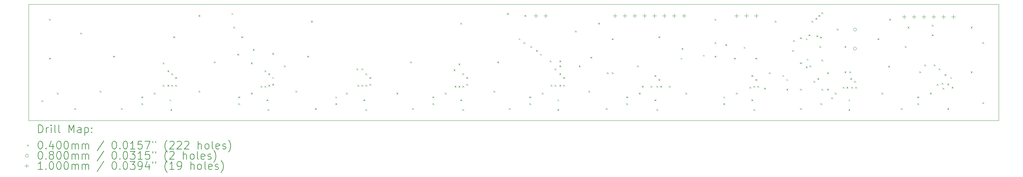
<source format=gbr>
%TF.GenerationSoftware,KiCad,Pcbnew,8.0.4*%
%TF.CreationDate,2024-09-19T20:08:32+02:00*%
%TF.ProjectId,Displays_Strip,44697370-6c61-4797-935f-53747269702e,rev?*%
%TF.SameCoordinates,Original*%
%TF.FileFunction,Drillmap*%
%TF.FilePolarity,Positive*%
%FSLAX45Y45*%
G04 Gerber Fmt 4.5, Leading zero omitted, Abs format (unit mm)*
G04 Created by KiCad (PCBNEW 8.0.4) date 2024-09-19 20:08:32*
%MOMM*%
%LPD*%
G01*
G04 APERTURE LIST*
%ADD10C,0.050000*%
%ADD11C,0.200000*%
%ADD12C,0.100000*%
G04 APERTURE END LIST*
D10*
X2000000Y-15000000D02*
X27000000Y-15000000D01*
X2000000Y-12000000D02*
X2000000Y-15000000D01*
X27000000Y-15000000D02*
X27000000Y-12000000D01*
X27000000Y-12000000D02*
X2000000Y-12000000D01*
D11*
D12*
X2330000Y-14480000D02*
X2370000Y-14520000D01*
X2370000Y-14480000D02*
X2330000Y-14520000D01*
X2530000Y-12380000D02*
X2570000Y-12420000D01*
X2570000Y-12380000D02*
X2530000Y-12420000D01*
X2530000Y-13380000D02*
X2570000Y-13420000D01*
X2570000Y-13380000D02*
X2530000Y-13420000D01*
X2730000Y-14280000D02*
X2770000Y-14320000D01*
X2770000Y-14280000D02*
X2730000Y-14320000D01*
X3180000Y-14680000D02*
X3220000Y-14720000D01*
X3220000Y-14680000D02*
X3180000Y-14720000D01*
X3330000Y-12730000D02*
X3370000Y-12770000D01*
X3370000Y-12730000D02*
X3330000Y-12770000D01*
X3830000Y-14230000D02*
X3870000Y-14270000D01*
X3870000Y-14230000D02*
X3830000Y-14270000D01*
X4180000Y-13330000D02*
X4220000Y-13370000D01*
X4220000Y-13330000D02*
X4180000Y-13370000D01*
X4380000Y-14680000D02*
X4420000Y-14720000D01*
X4420000Y-14680000D02*
X4380000Y-14720000D01*
X4905000Y-14380000D02*
X4945000Y-14420000D01*
X4945000Y-14380000D02*
X4905000Y-14420000D01*
X4905000Y-14555000D02*
X4945000Y-14595000D01*
X4945000Y-14555000D02*
X4905000Y-14595000D01*
X5230000Y-14280000D02*
X5270000Y-14320000D01*
X5270000Y-14280000D02*
X5230000Y-14320000D01*
X5455000Y-13505000D02*
X5495000Y-13545000D01*
X5495000Y-13505000D02*
X5455000Y-13545000D01*
X5455000Y-14080000D02*
X5495000Y-14120000D01*
X5495000Y-14080000D02*
X5455000Y-14120000D01*
X5580000Y-13705000D02*
X5620000Y-13745000D01*
X5620000Y-13705000D02*
X5580000Y-13745000D01*
X5580000Y-14080000D02*
X5620000Y-14120000D01*
X5620000Y-14080000D02*
X5580000Y-14120000D01*
X5630000Y-14455000D02*
X5670000Y-14495000D01*
X5670000Y-14455000D02*
X5630000Y-14495000D01*
X5655000Y-14705000D02*
X5695000Y-14745000D01*
X5695000Y-14705000D02*
X5655000Y-14745000D01*
X5680000Y-13780000D02*
X5720000Y-13820000D01*
X5720000Y-13780000D02*
X5680000Y-13820000D01*
X5680000Y-14080000D02*
X5720000Y-14120000D01*
X5720000Y-14080000D02*
X5680000Y-14120000D01*
X5730000Y-12830000D02*
X5770000Y-12870000D01*
X5770000Y-12830000D02*
X5730000Y-12870000D01*
X5780000Y-13880000D02*
X5820000Y-13920000D01*
X5820000Y-13880000D02*
X5780000Y-13920000D01*
X5780000Y-14080000D02*
X5820000Y-14120000D01*
X5820000Y-14080000D02*
X5780000Y-14120000D01*
X6380000Y-12280000D02*
X6420000Y-12320000D01*
X6420000Y-12280000D02*
X6380000Y-12320000D01*
X6380000Y-14230000D02*
X6420000Y-14270000D01*
X6420000Y-14230000D02*
X6380000Y-14270000D01*
X6780000Y-13480000D02*
X6820000Y-13520000D01*
X6820000Y-13480000D02*
X6780000Y-13520000D01*
X7230000Y-12230000D02*
X7270000Y-12270000D01*
X7270000Y-12230000D02*
X7230000Y-12270000D01*
X7280000Y-12580000D02*
X7320000Y-12620000D01*
X7320000Y-12580000D02*
X7280000Y-12620000D01*
X7380000Y-13280000D02*
X7420000Y-13320000D01*
X7420000Y-13280000D02*
X7380000Y-13320000D01*
X7405000Y-14380000D02*
X7445000Y-14420000D01*
X7445000Y-14380000D02*
X7405000Y-14420000D01*
X7405000Y-14555000D02*
X7445000Y-14595000D01*
X7445000Y-14555000D02*
X7405000Y-14595000D01*
X7480000Y-12830000D02*
X7520000Y-12870000D01*
X7520000Y-12830000D02*
X7480000Y-12870000D01*
X7730000Y-13505000D02*
X7770000Y-13545000D01*
X7770000Y-13505000D02*
X7730000Y-13545000D01*
X7730000Y-14280000D02*
X7770000Y-14320000D01*
X7770000Y-14280000D02*
X7730000Y-14320000D01*
X7780000Y-13155000D02*
X7820000Y-13195000D01*
X7820000Y-13155000D02*
X7780000Y-13195000D01*
X7980000Y-14105000D02*
X8020000Y-14145000D01*
X8020000Y-14105000D02*
X7980000Y-14145000D01*
X8080000Y-13705000D02*
X8120000Y-13745000D01*
X8120000Y-13705000D02*
X8080000Y-13745000D01*
X8080000Y-14105000D02*
X8120000Y-14145000D01*
X8120000Y-14105000D02*
X8080000Y-14145000D01*
X8130000Y-14455000D02*
X8170000Y-14495000D01*
X8170000Y-14455000D02*
X8130000Y-14495000D01*
X8155000Y-14705000D02*
X8195000Y-14745000D01*
X8195000Y-14705000D02*
X8155000Y-14745000D01*
X8180000Y-13780000D02*
X8220000Y-13820000D01*
X8220000Y-13780000D02*
X8180000Y-13820000D01*
X8180000Y-14080000D02*
X8220000Y-14120000D01*
X8220000Y-14080000D02*
X8180000Y-14120000D01*
X8280000Y-13255000D02*
X8320000Y-13295000D01*
X8320000Y-13255000D02*
X8280000Y-13295000D01*
X8280000Y-13880000D02*
X8320000Y-13920000D01*
X8320000Y-13880000D02*
X8280000Y-13920000D01*
X8280000Y-14055000D02*
X8320000Y-14095000D01*
X8320000Y-14055000D02*
X8280000Y-14095000D01*
X8580000Y-13580000D02*
X8620000Y-13620000D01*
X8620000Y-13580000D02*
X8580000Y-13620000D01*
X8880000Y-14230000D02*
X8920000Y-14270000D01*
X8920000Y-14230000D02*
X8880000Y-14270000D01*
X9180000Y-13330000D02*
X9220000Y-13370000D01*
X9220000Y-13330000D02*
X9180000Y-13370000D01*
X9280000Y-12430000D02*
X9320000Y-12470000D01*
X9320000Y-12430000D02*
X9280000Y-12470000D01*
X9380000Y-14680000D02*
X9420000Y-14720000D01*
X9420000Y-14680000D02*
X9380000Y-14720000D01*
X9905000Y-14380000D02*
X9945000Y-14420000D01*
X9945000Y-14380000D02*
X9905000Y-14420000D01*
X9905000Y-14555000D02*
X9945000Y-14595000D01*
X9945000Y-14555000D02*
X9905000Y-14595000D01*
X10180000Y-14280000D02*
X10220000Y-14320000D01*
X10220000Y-14280000D02*
X10180000Y-14320000D01*
X10455000Y-13655000D02*
X10495000Y-13695000D01*
X10495000Y-13655000D02*
X10455000Y-13695000D01*
X10480000Y-14080000D02*
X10520000Y-14120000D01*
X10520000Y-14080000D02*
X10480000Y-14120000D01*
X10580000Y-13655000D02*
X10620000Y-13695000D01*
X10620000Y-13655000D02*
X10580000Y-13695000D01*
X10580000Y-14080000D02*
X10620000Y-14120000D01*
X10620000Y-14080000D02*
X10580000Y-14120000D01*
X10630000Y-14455000D02*
X10670000Y-14495000D01*
X10670000Y-14455000D02*
X10630000Y-14495000D01*
X10680000Y-13780000D02*
X10720000Y-13820000D01*
X10720000Y-13780000D02*
X10680000Y-13820000D01*
X10680000Y-14080000D02*
X10720000Y-14120000D01*
X10720000Y-14080000D02*
X10680000Y-14120000D01*
X10680000Y-14705000D02*
X10720000Y-14745000D01*
X10720000Y-14705000D02*
X10680000Y-14745000D01*
X10780000Y-13880000D02*
X10820000Y-13920000D01*
X10820000Y-13880000D02*
X10780000Y-13920000D01*
X10780000Y-14055000D02*
X10820000Y-14095000D01*
X10820000Y-14055000D02*
X10780000Y-14095000D01*
X11480000Y-14280000D02*
X11520000Y-14320000D01*
X11520000Y-14280000D02*
X11480000Y-14320000D01*
X11830000Y-13480000D02*
X11870000Y-13520000D01*
X11870000Y-13480000D02*
X11830000Y-13520000D01*
X11880000Y-14680000D02*
X11920000Y-14720000D01*
X11920000Y-14680000D02*
X11880000Y-14720000D01*
X12405000Y-14380000D02*
X12445000Y-14420000D01*
X12445000Y-14380000D02*
X12405000Y-14420000D01*
X12405000Y-14555000D02*
X12445000Y-14595000D01*
X12445000Y-14555000D02*
X12405000Y-14595000D01*
X12730000Y-14280000D02*
X12770000Y-14320000D01*
X12770000Y-14280000D02*
X12730000Y-14320000D01*
X12955000Y-13680000D02*
X12995000Y-13720000D01*
X12995000Y-13680000D02*
X12955000Y-13720000D01*
X12980000Y-14105000D02*
X13020000Y-14145000D01*
X13020000Y-14105000D02*
X12980000Y-14145000D01*
X13080000Y-13530000D02*
X13120000Y-13570000D01*
X13120000Y-13530000D02*
X13080000Y-13570000D01*
X13080000Y-14105000D02*
X13120000Y-14145000D01*
X13120000Y-14105000D02*
X13080000Y-14145000D01*
X13130000Y-12480000D02*
X13170000Y-12520000D01*
X13170000Y-12480000D02*
X13130000Y-12520000D01*
X13130000Y-14455000D02*
X13170000Y-14495000D01*
X13170000Y-14455000D02*
X13130000Y-14495000D01*
X13180000Y-13780000D02*
X13220000Y-13820000D01*
X13220000Y-13780000D02*
X13180000Y-13820000D01*
X13180000Y-14105000D02*
X13220000Y-14145000D01*
X13220000Y-14105000D02*
X13180000Y-14145000D01*
X13180000Y-14705000D02*
X13220000Y-14745000D01*
X13220000Y-14705000D02*
X13180000Y-14745000D01*
X13280000Y-13880000D02*
X13320000Y-13920000D01*
X13320000Y-13880000D02*
X13280000Y-13920000D01*
X13280000Y-14055000D02*
X13320000Y-14095000D01*
X13320000Y-14055000D02*
X13280000Y-14095000D01*
X13980000Y-14230000D02*
X14020000Y-14270000D01*
X14020000Y-14230000D02*
X13980000Y-14270000D01*
X14080000Y-13480000D02*
X14120000Y-13520000D01*
X14120000Y-13480000D02*
X14080000Y-13520000D01*
X14330000Y-12230000D02*
X14370000Y-12270000D01*
X14370000Y-12230000D02*
X14330000Y-12270000D01*
X14380000Y-14680000D02*
X14420000Y-14720000D01*
X14420000Y-14680000D02*
X14380000Y-14720000D01*
X14630000Y-12880000D02*
X14670000Y-12920000D01*
X14670000Y-12880000D02*
X14630000Y-12920000D01*
X14755000Y-12980000D02*
X14795000Y-13020000D01*
X14795000Y-12980000D02*
X14755000Y-13020000D01*
X14780000Y-12280000D02*
X14820000Y-12320000D01*
X14820000Y-12280000D02*
X14780000Y-12320000D01*
X14905000Y-14380000D02*
X14945000Y-14420000D01*
X14945000Y-14380000D02*
X14905000Y-14420000D01*
X14905000Y-14555000D02*
X14945000Y-14595000D01*
X14945000Y-14555000D02*
X14905000Y-14595000D01*
X14930000Y-13080000D02*
X14970000Y-13120000D01*
X14970000Y-13080000D02*
X14930000Y-13120000D01*
X15080000Y-13180000D02*
X15120000Y-13220000D01*
X15120000Y-13180000D02*
X15080000Y-13220000D01*
X15180000Y-13280000D02*
X15220000Y-13320000D01*
X15220000Y-13280000D02*
X15180000Y-13320000D01*
X15230000Y-14280000D02*
X15270000Y-14320000D01*
X15270000Y-14280000D02*
X15230000Y-14320000D01*
X15430000Y-13455000D02*
X15470000Y-13495000D01*
X15470000Y-13455000D02*
X15430000Y-13495000D01*
X15455000Y-14080000D02*
X15495000Y-14120000D01*
X15495000Y-14080000D02*
X15455000Y-14120000D01*
X15555000Y-13655000D02*
X15595000Y-13695000D01*
X15595000Y-13655000D02*
X15555000Y-13695000D01*
X15555000Y-14080000D02*
X15595000Y-14120000D01*
X15595000Y-14080000D02*
X15555000Y-14120000D01*
X15630000Y-14455000D02*
X15670000Y-14495000D01*
X15670000Y-14455000D02*
X15630000Y-14495000D01*
X15630000Y-14705000D02*
X15670000Y-14745000D01*
X15670000Y-14705000D02*
X15630000Y-14745000D01*
X15680000Y-13455000D02*
X15720000Y-13495000D01*
X15720000Y-13455000D02*
X15680000Y-13495000D01*
X15680000Y-13580000D02*
X15720000Y-13620000D01*
X15720000Y-13580000D02*
X15680000Y-13620000D01*
X15680000Y-13780000D02*
X15720000Y-13820000D01*
X15720000Y-13780000D02*
X15680000Y-13820000D01*
X15680000Y-14080000D02*
X15720000Y-14120000D01*
X15720000Y-14080000D02*
X15680000Y-14120000D01*
X15780000Y-13880000D02*
X15820000Y-13920000D01*
X15820000Y-13880000D02*
X15780000Y-13920000D01*
X15780000Y-14080000D02*
X15820000Y-14120000D01*
X15820000Y-14080000D02*
X15780000Y-14120000D01*
X16080000Y-12680000D02*
X16120000Y-12720000D01*
X16120000Y-12680000D02*
X16080000Y-12720000D01*
X16180000Y-13580000D02*
X16220000Y-13620000D01*
X16220000Y-13580000D02*
X16180000Y-13620000D01*
X16430000Y-14230000D02*
X16470000Y-14270000D01*
X16470000Y-14230000D02*
X16430000Y-14270000D01*
X16480000Y-13355000D02*
X16520000Y-13395000D01*
X16520000Y-13355000D02*
X16480000Y-13395000D01*
X16680000Y-12480000D02*
X16720000Y-12520000D01*
X16720000Y-12480000D02*
X16680000Y-12520000D01*
X16880000Y-14680000D02*
X16920000Y-14720000D01*
X16920000Y-14680000D02*
X16880000Y-14720000D01*
X16905000Y-13755000D02*
X16945000Y-13795000D01*
X16945000Y-13755000D02*
X16905000Y-13795000D01*
X17030000Y-12880000D02*
X17070000Y-12920000D01*
X17070000Y-12880000D02*
X17030000Y-12920000D01*
X17030000Y-13755000D02*
X17070000Y-13795000D01*
X17070000Y-13755000D02*
X17030000Y-13795000D01*
X17405000Y-14380000D02*
X17445000Y-14420000D01*
X17445000Y-14380000D02*
X17405000Y-14420000D01*
X17405000Y-14555000D02*
X17445000Y-14595000D01*
X17445000Y-14555000D02*
X17405000Y-14595000D01*
X17680000Y-13580000D02*
X17720000Y-13620000D01*
X17720000Y-13580000D02*
X17680000Y-13620000D01*
X17730000Y-14280000D02*
X17770000Y-14320000D01*
X17770000Y-14280000D02*
X17730000Y-14320000D01*
X17805000Y-14105000D02*
X17845000Y-14145000D01*
X17845000Y-14105000D02*
X17805000Y-14145000D01*
X18030000Y-14105000D02*
X18070000Y-14145000D01*
X18070000Y-14105000D02*
X18030000Y-14145000D01*
X18130000Y-13830000D02*
X18170000Y-13870000D01*
X18170000Y-13830000D02*
X18130000Y-13870000D01*
X18130000Y-14455000D02*
X18170000Y-14495000D01*
X18170000Y-14455000D02*
X18130000Y-14495000D01*
X18180000Y-14105000D02*
X18220000Y-14145000D01*
X18220000Y-14105000D02*
X18180000Y-14145000D01*
X18180000Y-14705000D02*
X18220000Y-14745000D01*
X18220000Y-14705000D02*
X18180000Y-14745000D01*
X18230000Y-12830000D02*
X18270000Y-12870000D01*
X18270000Y-12830000D02*
X18230000Y-12870000D01*
X18230000Y-13930000D02*
X18270000Y-13970000D01*
X18270000Y-13930000D02*
X18230000Y-13970000D01*
X18280000Y-14105000D02*
X18320000Y-14145000D01*
X18320000Y-14105000D02*
X18280000Y-14145000D01*
X18505000Y-14105000D02*
X18545000Y-14145000D01*
X18545000Y-14105000D02*
X18505000Y-14145000D01*
X18805000Y-13380000D02*
X18845000Y-13420000D01*
X18845000Y-13380000D02*
X18805000Y-13420000D01*
X18830000Y-13130000D02*
X18870000Y-13170000D01*
X18870000Y-13130000D02*
X18830000Y-13170000D01*
X18930000Y-14280000D02*
X18970000Y-14320000D01*
X18970000Y-14280000D02*
X18930000Y-14320000D01*
X19380000Y-13305000D02*
X19420000Y-13345000D01*
X19420000Y-13305000D02*
X19380000Y-13345000D01*
X19680000Y-12380000D02*
X19720000Y-12420000D01*
X19720000Y-12380000D02*
X19680000Y-12420000D01*
X19680000Y-12980000D02*
X19720000Y-13020000D01*
X19720000Y-12980000D02*
X19680000Y-13020000D01*
X19680000Y-13330000D02*
X19720000Y-13370000D01*
X19720000Y-13330000D02*
X19680000Y-13370000D01*
X19905000Y-14380000D02*
X19945000Y-14420000D01*
X19945000Y-14380000D02*
X19905000Y-14420000D01*
X19905000Y-14555000D02*
X19945000Y-14595000D01*
X19945000Y-14555000D02*
X19905000Y-14595000D01*
X19955000Y-13030000D02*
X19995000Y-13070000D01*
X19995000Y-13030000D02*
X19955000Y-13070000D01*
X20180000Y-13380000D02*
X20220000Y-13420000D01*
X20220000Y-13380000D02*
X20180000Y-13420000D01*
X20230000Y-14280000D02*
X20270000Y-14320000D01*
X20270000Y-14280000D02*
X20230000Y-14320000D01*
X20430000Y-13100000D02*
X20470000Y-13140000D01*
X20470000Y-13100000D02*
X20430000Y-13140000D01*
X20580000Y-14130000D02*
X20620000Y-14170000D01*
X20620000Y-14130000D02*
X20580000Y-14170000D01*
X20630000Y-13830000D02*
X20670000Y-13870000D01*
X20670000Y-13830000D02*
X20630000Y-13870000D01*
X20630000Y-14455000D02*
X20670000Y-14495000D01*
X20670000Y-14455000D02*
X20630000Y-14495000D01*
X20680000Y-14705000D02*
X20720000Y-14745000D01*
X20720000Y-14705000D02*
X20680000Y-14745000D01*
X20681005Y-14105000D02*
X20721005Y-14145000D01*
X20721005Y-14105000D02*
X20681005Y-14145000D01*
X20730000Y-13380000D02*
X20770000Y-13420000D01*
X20770000Y-13380000D02*
X20730000Y-13420000D01*
X20730000Y-13930000D02*
X20770000Y-13970000D01*
X20770000Y-13930000D02*
X20730000Y-13970000D01*
X20781005Y-14105000D02*
X20821005Y-14145000D01*
X20821005Y-14105000D02*
X20781005Y-14145000D01*
X20955000Y-14155000D02*
X20995000Y-14195000D01*
X20995000Y-14155000D02*
X20955000Y-14195000D01*
X21080000Y-13755000D02*
X21120000Y-13795000D01*
X21120000Y-13755000D02*
X21080000Y-13795000D01*
X21230000Y-12430000D02*
X21270000Y-12470000D01*
X21270000Y-12430000D02*
X21230000Y-12470000D01*
X21430000Y-13830000D02*
X21470000Y-13870000D01*
X21470000Y-13830000D02*
X21430000Y-13870000D01*
X21530000Y-13930000D02*
X21570000Y-13970000D01*
X21570000Y-13930000D02*
X21530000Y-13970000D01*
X21530000Y-14180000D02*
X21570000Y-14220000D01*
X21570000Y-14180000D02*
X21530000Y-14220000D01*
X21680000Y-13180000D02*
X21720000Y-13220000D01*
X21720000Y-13180000D02*
X21680000Y-13220000D01*
X21705000Y-12930000D02*
X21745000Y-12970000D01*
X21745000Y-12930000D02*
X21705000Y-12970000D01*
X21880000Y-12855000D02*
X21920000Y-12895000D01*
X21920000Y-12855000D02*
X21880000Y-12895000D01*
X21880000Y-13500000D02*
X21920000Y-13540000D01*
X21920000Y-13500000D02*
X21880000Y-13540000D01*
X21880000Y-14180000D02*
X21920000Y-14220000D01*
X21920000Y-14180000D02*
X21880000Y-14220000D01*
X21880000Y-14680000D02*
X21920000Y-14720000D01*
X21920000Y-14680000D02*
X21880000Y-14720000D01*
X22030000Y-12880000D02*
X22070000Y-12920000D01*
X22070000Y-12880000D02*
X22030000Y-12920000D01*
X22030000Y-13605000D02*
X22070000Y-13645000D01*
X22070000Y-13605000D02*
X22030000Y-13645000D01*
X22055000Y-13405000D02*
X22095000Y-13445000D01*
X22095000Y-13405000D02*
X22055000Y-13445000D01*
X22105000Y-12780000D02*
X22145000Y-12820000D01*
X22145000Y-12780000D02*
X22105000Y-12820000D01*
X22130000Y-13580000D02*
X22170000Y-13620000D01*
X22170000Y-13580000D02*
X22130000Y-13620000D01*
X22180000Y-12430000D02*
X22220000Y-12470000D01*
X22220000Y-12430000D02*
X22180000Y-12470000D01*
X22230000Y-13980000D02*
X22270000Y-14020000D01*
X22270000Y-13980000D02*
X22230000Y-14020000D01*
X22280000Y-12355000D02*
X22320000Y-12395000D01*
X22320000Y-12355000D02*
X22280000Y-12395000D01*
X22305000Y-12805000D02*
X22345000Y-12845000D01*
X22345000Y-12805000D02*
X22305000Y-12845000D01*
X22330000Y-13905000D02*
X22370000Y-13945000D01*
X22370000Y-13905000D02*
X22330000Y-13945000D01*
X22355000Y-12280000D02*
X22395000Y-12320000D01*
X22395000Y-12280000D02*
X22355000Y-12320000D01*
X22380000Y-13080000D02*
X22420000Y-13120000D01*
X22420000Y-13080000D02*
X22380000Y-13120000D01*
X22399112Y-12838809D02*
X22439112Y-12878809D01*
X22439112Y-12838809D02*
X22399112Y-12878809D01*
X22405000Y-14555000D02*
X22445000Y-14595000D01*
X22445000Y-14555000D02*
X22405000Y-14595000D01*
X22430000Y-12205000D02*
X22470000Y-12245000D01*
X22470000Y-12205000D02*
X22430000Y-12245000D01*
X22430000Y-13430000D02*
X22470000Y-13470000D01*
X22470000Y-13430000D02*
X22430000Y-13470000D01*
X22430000Y-14180000D02*
X22470000Y-14220000D01*
X22470000Y-14180000D02*
X22430000Y-14220000D01*
X22580000Y-13755000D02*
X22620000Y-13795000D01*
X22620000Y-13755000D02*
X22580000Y-13795000D01*
X22580000Y-14180000D02*
X22620000Y-14220000D01*
X22620000Y-14180000D02*
X22580000Y-14220000D01*
X22685747Y-14400000D02*
X22725747Y-14440000D01*
X22725747Y-14400000D02*
X22685747Y-14440000D01*
X22780000Y-14280000D02*
X22820000Y-14320000D01*
X22820000Y-14280000D02*
X22780000Y-14320000D01*
X22830000Y-12630000D02*
X22870000Y-12670000D01*
X22870000Y-12630000D02*
X22830000Y-12670000D01*
X22980000Y-14130000D02*
X23020000Y-14170000D01*
X23020000Y-14130000D02*
X22980000Y-14170000D01*
X23030000Y-13080000D02*
X23070000Y-13120000D01*
X23070000Y-13080000D02*
X23030000Y-13120000D01*
X23030000Y-13730000D02*
X23070000Y-13770000D01*
X23070000Y-13730000D02*
X23030000Y-13770000D01*
X23080000Y-14130000D02*
X23120000Y-14170000D01*
X23120000Y-14130000D02*
X23080000Y-14170000D01*
X23130000Y-14455000D02*
X23170000Y-14495000D01*
X23170000Y-14455000D02*
X23130000Y-14495000D01*
X23130000Y-14705000D02*
X23170000Y-14745000D01*
X23170000Y-14705000D02*
X23130000Y-14745000D01*
X23155000Y-13730000D02*
X23195000Y-13770000D01*
X23195000Y-13730000D02*
X23155000Y-13770000D01*
X23180000Y-13905000D02*
X23220000Y-13945000D01*
X23220000Y-13905000D02*
X23180000Y-13945000D01*
X23205000Y-14130000D02*
X23245000Y-14170000D01*
X23245000Y-14130000D02*
X23205000Y-14170000D01*
X23280000Y-13980000D02*
X23320000Y-14020000D01*
X23320000Y-13980000D02*
X23280000Y-14020000D01*
X23305000Y-14130000D02*
X23345000Y-14170000D01*
X23345000Y-14130000D02*
X23305000Y-14170000D01*
X23880000Y-12880000D02*
X23920000Y-12920000D01*
X23920000Y-12880000D02*
X23880000Y-12920000D01*
X23980000Y-14280000D02*
X24020000Y-14320000D01*
X24020000Y-14280000D02*
X23980000Y-14320000D01*
X24155000Y-13585000D02*
X24195000Y-13625000D01*
X24195000Y-13585000D02*
X24155000Y-13625000D01*
X24180000Y-12380000D02*
X24220000Y-12420000D01*
X24220000Y-12380000D02*
X24180000Y-12420000D01*
X24480000Y-14680000D02*
X24520000Y-14720000D01*
X24520000Y-14680000D02*
X24480000Y-14720000D01*
X24580000Y-13080000D02*
X24620000Y-13120000D01*
X24620000Y-13080000D02*
X24580000Y-13120000D01*
X24655000Y-12580000D02*
X24695000Y-12620000D01*
X24695000Y-12580000D02*
X24655000Y-12620000D01*
X24905000Y-14380000D02*
X24945000Y-14420000D01*
X24945000Y-14380000D02*
X24905000Y-14420000D01*
X24905000Y-14555000D02*
X24945000Y-14595000D01*
X24945000Y-14555000D02*
X24905000Y-14595000D01*
X24955000Y-13730000D02*
X24995000Y-13770000D01*
X24995000Y-13730000D02*
X24955000Y-13770000D01*
X25080000Y-13555000D02*
X25120000Y-13595000D01*
X25120000Y-13555000D02*
X25080000Y-13595000D01*
X25230000Y-14280000D02*
X25270000Y-14320000D01*
X25270000Y-14280000D02*
X25230000Y-14320000D01*
X25280000Y-12530000D02*
X25320000Y-12570000D01*
X25320000Y-12530000D02*
X25280000Y-12570000D01*
X25280000Y-12780000D02*
X25320000Y-12820000D01*
X25320000Y-12780000D02*
X25280000Y-12820000D01*
X25330000Y-13555000D02*
X25370000Y-13595000D01*
X25370000Y-13555000D02*
X25330000Y-13595000D01*
X25405000Y-14055000D02*
X25445000Y-14095000D01*
X25445000Y-14055000D02*
X25405000Y-14095000D01*
X25455000Y-13655000D02*
X25495000Y-13695000D01*
X25495000Y-13655000D02*
X25455000Y-13695000D01*
X25530000Y-14030000D02*
X25570000Y-14070000D01*
X25570000Y-14030000D02*
X25530000Y-14070000D01*
X25555000Y-14153995D02*
X25595000Y-14193995D01*
X25595000Y-14153995D02*
X25555000Y-14193995D01*
X25605000Y-13805000D02*
X25645000Y-13845000D01*
X25645000Y-13805000D02*
X25605000Y-13845000D01*
X25680000Y-14042500D02*
X25720000Y-14082500D01*
X25720000Y-14042500D02*
X25680000Y-14082500D01*
X25680000Y-14680000D02*
X25720000Y-14720000D01*
X25720000Y-14680000D02*
X25680000Y-14720000D01*
X25755000Y-13880000D02*
X25795000Y-13920000D01*
X25795000Y-13880000D02*
X25755000Y-13920000D01*
X25788934Y-14130000D02*
X25828934Y-14170000D01*
X25828934Y-14130000D02*
X25788934Y-14170000D01*
X26280000Y-12580000D02*
X26320000Y-12620000D01*
X26320000Y-12580000D02*
X26280000Y-12620000D01*
X26280000Y-13730000D02*
X26320000Y-13770000D01*
X26320000Y-13730000D02*
X26280000Y-13770000D01*
X26580000Y-12980000D02*
X26620000Y-13020000D01*
X26620000Y-12980000D02*
X26580000Y-13020000D01*
X26580000Y-14530000D02*
X26620000Y-14570000D01*
X26620000Y-14530000D02*
X26580000Y-14570000D01*
X23340000Y-12657000D02*
G75*
G02*
X23260000Y-12657000I-40000J0D01*
G01*
X23260000Y-12657000D02*
G75*
G02*
X23340000Y-12657000I40000J0D01*
G01*
X23340000Y-13145000D02*
G75*
G02*
X23260000Y-13145000I-40000J0D01*
G01*
X23260000Y-13145000D02*
G75*
G02*
X23340000Y-13145000I40000J0D01*
G01*
X15074500Y-12250000D02*
X15074500Y-12350000D01*
X15024500Y-12300000D02*
X15124500Y-12300000D01*
X15328500Y-12250000D02*
X15328500Y-12350000D01*
X15278500Y-12300000D02*
X15378500Y-12300000D01*
X17112500Y-12250000D02*
X17112500Y-12350000D01*
X17062500Y-12300000D02*
X17162500Y-12300000D01*
X17366500Y-12250000D02*
X17366500Y-12350000D01*
X17316500Y-12300000D02*
X17416500Y-12300000D01*
X17620500Y-12250000D02*
X17620500Y-12350000D01*
X17570500Y-12300000D02*
X17670500Y-12300000D01*
X17874500Y-12250000D02*
X17874500Y-12350000D01*
X17824500Y-12300000D02*
X17924500Y-12300000D01*
X18128500Y-12250000D02*
X18128500Y-12350000D01*
X18078500Y-12300000D02*
X18178500Y-12300000D01*
X18382500Y-12250000D02*
X18382500Y-12350000D01*
X18332500Y-12300000D02*
X18432500Y-12300000D01*
X18636500Y-12250000D02*
X18636500Y-12350000D01*
X18586500Y-12300000D02*
X18686500Y-12300000D01*
X18890500Y-12250000D02*
X18890500Y-12350000D01*
X18840500Y-12300000D02*
X18940500Y-12300000D01*
X20246000Y-12250000D02*
X20246000Y-12350000D01*
X20196000Y-12300000D02*
X20296000Y-12300000D01*
X20500000Y-12250000D02*
X20500000Y-12350000D01*
X20450000Y-12300000D02*
X20550000Y-12300000D01*
X20754000Y-12250000D02*
X20754000Y-12350000D01*
X20704000Y-12300000D02*
X20804000Y-12300000D01*
X24563000Y-12275000D02*
X24563000Y-12375000D01*
X24513000Y-12325000D02*
X24613000Y-12325000D01*
X24817000Y-12275000D02*
X24817000Y-12375000D01*
X24767000Y-12325000D02*
X24867000Y-12325000D01*
X25071000Y-12275000D02*
X25071000Y-12375000D01*
X25021000Y-12325000D02*
X25121000Y-12325000D01*
X25325000Y-12275000D02*
X25325000Y-12375000D01*
X25275000Y-12325000D02*
X25375000Y-12325000D01*
X25579000Y-12275000D02*
X25579000Y-12375000D01*
X25529000Y-12325000D02*
X25629000Y-12325000D01*
X25833000Y-12275000D02*
X25833000Y-12375000D01*
X25783000Y-12325000D02*
X25883000Y-12325000D01*
D11*
X2258277Y-15313984D02*
X2258277Y-15113984D01*
X2258277Y-15113984D02*
X2305896Y-15113984D01*
X2305896Y-15113984D02*
X2334467Y-15123508D01*
X2334467Y-15123508D02*
X2353515Y-15142555D01*
X2353515Y-15142555D02*
X2363039Y-15161603D01*
X2363039Y-15161603D02*
X2372563Y-15199698D01*
X2372563Y-15199698D02*
X2372563Y-15228269D01*
X2372563Y-15228269D02*
X2363039Y-15266365D01*
X2363039Y-15266365D02*
X2353515Y-15285412D01*
X2353515Y-15285412D02*
X2334467Y-15304460D01*
X2334467Y-15304460D02*
X2305896Y-15313984D01*
X2305896Y-15313984D02*
X2258277Y-15313984D01*
X2458277Y-15313984D02*
X2458277Y-15180650D01*
X2458277Y-15218746D02*
X2467801Y-15199698D01*
X2467801Y-15199698D02*
X2477324Y-15190174D01*
X2477324Y-15190174D02*
X2496372Y-15180650D01*
X2496372Y-15180650D02*
X2515420Y-15180650D01*
X2582086Y-15313984D02*
X2582086Y-15180650D01*
X2582086Y-15113984D02*
X2572563Y-15123508D01*
X2572563Y-15123508D02*
X2582086Y-15133031D01*
X2582086Y-15133031D02*
X2591610Y-15123508D01*
X2591610Y-15123508D02*
X2582086Y-15113984D01*
X2582086Y-15113984D02*
X2582086Y-15133031D01*
X2705896Y-15313984D02*
X2686848Y-15304460D01*
X2686848Y-15304460D02*
X2677324Y-15285412D01*
X2677324Y-15285412D02*
X2677324Y-15113984D01*
X2810658Y-15313984D02*
X2791610Y-15304460D01*
X2791610Y-15304460D02*
X2782086Y-15285412D01*
X2782086Y-15285412D02*
X2782086Y-15113984D01*
X3039229Y-15313984D02*
X3039229Y-15113984D01*
X3039229Y-15113984D02*
X3105896Y-15256841D01*
X3105896Y-15256841D02*
X3172562Y-15113984D01*
X3172562Y-15113984D02*
X3172562Y-15313984D01*
X3353515Y-15313984D02*
X3353515Y-15209222D01*
X3353515Y-15209222D02*
X3343991Y-15190174D01*
X3343991Y-15190174D02*
X3324943Y-15180650D01*
X3324943Y-15180650D02*
X3286848Y-15180650D01*
X3286848Y-15180650D02*
X3267801Y-15190174D01*
X3353515Y-15304460D02*
X3334467Y-15313984D01*
X3334467Y-15313984D02*
X3286848Y-15313984D01*
X3286848Y-15313984D02*
X3267801Y-15304460D01*
X3267801Y-15304460D02*
X3258277Y-15285412D01*
X3258277Y-15285412D02*
X3258277Y-15266365D01*
X3258277Y-15266365D02*
X3267801Y-15247317D01*
X3267801Y-15247317D02*
X3286848Y-15237793D01*
X3286848Y-15237793D02*
X3334467Y-15237793D01*
X3334467Y-15237793D02*
X3353515Y-15228269D01*
X3448753Y-15180650D02*
X3448753Y-15380650D01*
X3448753Y-15190174D02*
X3467801Y-15180650D01*
X3467801Y-15180650D02*
X3505896Y-15180650D01*
X3505896Y-15180650D02*
X3524943Y-15190174D01*
X3524943Y-15190174D02*
X3534467Y-15199698D01*
X3534467Y-15199698D02*
X3543991Y-15218746D01*
X3543991Y-15218746D02*
X3543991Y-15275888D01*
X3543991Y-15275888D02*
X3534467Y-15294936D01*
X3534467Y-15294936D02*
X3524943Y-15304460D01*
X3524943Y-15304460D02*
X3505896Y-15313984D01*
X3505896Y-15313984D02*
X3467801Y-15313984D01*
X3467801Y-15313984D02*
X3448753Y-15304460D01*
X3629705Y-15294936D02*
X3639229Y-15304460D01*
X3639229Y-15304460D02*
X3629705Y-15313984D01*
X3629705Y-15313984D02*
X3620182Y-15304460D01*
X3620182Y-15304460D02*
X3629705Y-15294936D01*
X3629705Y-15294936D02*
X3629705Y-15313984D01*
X3629705Y-15190174D02*
X3639229Y-15199698D01*
X3639229Y-15199698D02*
X3629705Y-15209222D01*
X3629705Y-15209222D02*
X3620182Y-15199698D01*
X3620182Y-15199698D02*
X3629705Y-15190174D01*
X3629705Y-15190174D02*
X3629705Y-15209222D01*
D12*
X1957500Y-15622500D02*
X1997500Y-15662500D01*
X1997500Y-15622500D02*
X1957500Y-15662500D01*
D11*
X2296372Y-15533984D02*
X2315420Y-15533984D01*
X2315420Y-15533984D02*
X2334467Y-15543508D01*
X2334467Y-15543508D02*
X2343991Y-15553031D01*
X2343991Y-15553031D02*
X2353515Y-15572079D01*
X2353515Y-15572079D02*
X2363039Y-15610174D01*
X2363039Y-15610174D02*
X2363039Y-15657793D01*
X2363039Y-15657793D02*
X2353515Y-15695888D01*
X2353515Y-15695888D02*
X2343991Y-15714936D01*
X2343991Y-15714936D02*
X2334467Y-15724460D01*
X2334467Y-15724460D02*
X2315420Y-15733984D01*
X2315420Y-15733984D02*
X2296372Y-15733984D01*
X2296372Y-15733984D02*
X2277324Y-15724460D01*
X2277324Y-15724460D02*
X2267801Y-15714936D01*
X2267801Y-15714936D02*
X2258277Y-15695888D01*
X2258277Y-15695888D02*
X2248753Y-15657793D01*
X2248753Y-15657793D02*
X2248753Y-15610174D01*
X2248753Y-15610174D02*
X2258277Y-15572079D01*
X2258277Y-15572079D02*
X2267801Y-15553031D01*
X2267801Y-15553031D02*
X2277324Y-15543508D01*
X2277324Y-15543508D02*
X2296372Y-15533984D01*
X2448753Y-15714936D02*
X2458277Y-15724460D01*
X2458277Y-15724460D02*
X2448753Y-15733984D01*
X2448753Y-15733984D02*
X2439229Y-15724460D01*
X2439229Y-15724460D02*
X2448753Y-15714936D01*
X2448753Y-15714936D02*
X2448753Y-15733984D01*
X2629705Y-15600650D02*
X2629705Y-15733984D01*
X2582086Y-15524460D02*
X2534467Y-15667317D01*
X2534467Y-15667317D02*
X2658277Y-15667317D01*
X2772563Y-15533984D02*
X2791610Y-15533984D01*
X2791610Y-15533984D02*
X2810658Y-15543508D01*
X2810658Y-15543508D02*
X2820182Y-15553031D01*
X2820182Y-15553031D02*
X2829705Y-15572079D01*
X2829705Y-15572079D02*
X2839229Y-15610174D01*
X2839229Y-15610174D02*
X2839229Y-15657793D01*
X2839229Y-15657793D02*
X2829705Y-15695888D01*
X2829705Y-15695888D02*
X2820182Y-15714936D01*
X2820182Y-15714936D02*
X2810658Y-15724460D01*
X2810658Y-15724460D02*
X2791610Y-15733984D01*
X2791610Y-15733984D02*
X2772563Y-15733984D01*
X2772563Y-15733984D02*
X2753515Y-15724460D01*
X2753515Y-15724460D02*
X2743991Y-15714936D01*
X2743991Y-15714936D02*
X2734467Y-15695888D01*
X2734467Y-15695888D02*
X2724944Y-15657793D01*
X2724944Y-15657793D02*
X2724944Y-15610174D01*
X2724944Y-15610174D02*
X2734467Y-15572079D01*
X2734467Y-15572079D02*
X2743991Y-15553031D01*
X2743991Y-15553031D02*
X2753515Y-15543508D01*
X2753515Y-15543508D02*
X2772563Y-15533984D01*
X2963039Y-15533984D02*
X2982086Y-15533984D01*
X2982086Y-15533984D02*
X3001134Y-15543508D01*
X3001134Y-15543508D02*
X3010658Y-15553031D01*
X3010658Y-15553031D02*
X3020182Y-15572079D01*
X3020182Y-15572079D02*
X3029705Y-15610174D01*
X3029705Y-15610174D02*
X3029705Y-15657793D01*
X3029705Y-15657793D02*
X3020182Y-15695888D01*
X3020182Y-15695888D02*
X3010658Y-15714936D01*
X3010658Y-15714936D02*
X3001134Y-15724460D01*
X3001134Y-15724460D02*
X2982086Y-15733984D01*
X2982086Y-15733984D02*
X2963039Y-15733984D01*
X2963039Y-15733984D02*
X2943991Y-15724460D01*
X2943991Y-15724460D02*
X2934467Y-15714936D01*
X2934467Y-15714936D02*
X2924943Y-15695888D01*
X2924943Y-15695888D02*
X2915420Y-15657793D01*
X2915420Y-15657793D02*
X2915420Y-15610174D01*
X2915420Y-15610174D02*
X2924943Y-15572079D01*
X2924943Y-15572079D02*
X2934467Y-15553031D01*
X2934467Y-15553031D02*
X2943991Y-15543508D01*
X2943991Y-15543508D02*
X2963039Y-15533984D01*
X3115420Y-15733984D02*
X3115420Y-15600650D01*
X3115420Y-15619698D02*
X3124943Y-15610174D01*
X3124943Y-15610174D02*
X3143991Y-15600650D01*
X3143991Y-15600650D02*
X3172563Y-15600650D01*
X3172563Y-15600650D02*
X3191610Y-15610174D01*
X3191610Y-15610174D02*
X3201134Y-15629222D01*
X3201134Y-15629222D02*
X3201134Y-15733984D01*
X3201134Y-15629222D02*
X3210658Y-15610174D01*
X3210658Y-15610174D02*
X3229705Y-15600650D01*
X3229705Y-15600650D02*
X3258277Y-15600650D01*
X3258277Y-15600650D02*
X3277324Y-15610174D01*
X3277324Y-15610174D02*
X3286848Y-15629222D01*
X3286848Y-15629222D02*
X3286848Y-15733984D01*
X3382086Y-15733984D02*
X3382086Y-15600650D01*
X3382086Y-15619698D02*
X3391610Y-15610174D01*
X3391610Y-15610174D02*
X3410658Y-15600650D01*
X3410658Y-15600650D02*
X3439229Y-15600650D01*
X3439229Y-15600650D02*
X3458277Y-15610174D01*
X3458277Y-15610174D02*
X3467801Y-15629222D01*
X3467801Y-15629222D02*
X3467801Y-15733984D01*
X3467801Y-15629222D02*
X3477324Y-15610174D01*
X3477324Y-15610174D02*
X3496372Y-15600650D01*
X3496372Y-15600650D02*
X3524943Y-15600650D01*
X3524943Y-15600650D02*
X3543991Y-15610174D01*
X3543991Y-15610174D02*
X3553515Y-15629222D01*
X3553515Y-15629222D02*
X3553515Y-15733984D01*
X3943991Y-15524460D02*
X3772563Y-15781603D01*
X4201134Y-15533984D02*
X4220182Y-15533984D01*
X4220182Y-15533984D02*
X4239229Y-15543508D01*
X4239229Y-15543508D02*
X4248753Y-15553031D01*
X4248753Y-15553031D02*
X4258277Y-15572079D01*
X4258277Y-15572079D02*
X4267801Y-15610174D01*
X4267801Y-15610174D02*
X4267801Y-15657793D01*
X4267801Y-15657793D02*
X4258277Y-15695888D01*
X4258277Y-15695888D02*
X4248753Y-15714936D01*
X4248753Y-15714936D02*
X4239229Y-15724460D01*
X4239229Y-15724460D02*
X4220182Y-15733984D01*
X4220182Y-15733984D02*
X4201134Y-15733984D01*
X4201134Y-15733984D02*
X4182086Y-15724460D01*
X4182086Y-15724460D02*
X4172563Y-15714936D01*
X4172563Y-15714936D02*
X4163039Y-15695888D01*
X4163039Y-15695888D02*
X4153515Y-15657793D01*
X4153515Y-15657793D02*
X4153515Y-15610174D01*
X4153515Y-15610174D02*
X4163039Y-15572079D01*
X4163039Y-15572079D02*
X4172563Y-15553031D01*
X4172563Y-15553031D02*
X4182086Y-15543508D01*
X4182086Y-15543508D02*
X4201134Y-15533984D01*
X4353515Y-15714936D02*
X4363039Y-15724460D01*
X4363039Y-15724460D02*
X4353515Y-15733984D01*
X4353515Y-15733984D02*
X4343991Y-15724460D01*
X4343991Y-15724460D02*
X4353515Y-15714936D01*
X4353515Y-15714936D02*
X4353515Y-15733984D01*
X4486848Y-15533984D02*
X4505896Y-15533984D01*
X4505896Y-15533984D02*
X4524944Y-15543508D01*
X4524944Y-15543508D02*
X4534468Y-15553031D01*
X4534468Y-15553031D02*
X4543991Y-15572079D01*
X4543991Y-15572079D02*
X4553515Y-15610174D01*
X4553515Y-15610174D02*
X4553515Y-15657793D01*
X4553515Y-15657793D02*
X4543991Y-15695888D01*
X4543991Y-15695888D02*
X4534468Y-15714936D01*
X4534468Y-15714936D02*
X4524944Y-15724460D01*
X4524944Y-15724460D02*
X4505896Y-15733984D01*
X4505896Y-15733984D02*
X4486848Y-15733984D01*
X4486848Y-15733984D02*
X4467801Y-15724460D01*
X4467801Y-15724460D02*
X4458277Y-15714936D01*
X4458277Y-15714936D02*
X4448753Y-15695888D01*
X4448753Y-15695888D02*
X4439229Y-15657793D01*
X4439229Y-15657793D02*
X4439229Y-15610174D01*
X4439229Y-15610174D02*
X4448753Y-15572079D01*
X4448753Y-15572079D02*
X4458277Y-15553031D01*
X4458277Y-15553031D02*
X4467801Y-15543508D01*
X4467801Y-15543508D02*
X4486848Y-15533984D01*
X4743991Y-15733984D02*
X4629706Y-15733984D01*
X4686848Y-15733984D02*
X4686848Y-15533984D01*
X4686848Y-15533984D02*
X4667801Y-15562555D01*
X4667801Y-15562555D02*
X4648753Y-15581603D01*
X4648753Y-15581603D02*
X4629706Y-15591127D01*
X4924944Y-15533984D02*
X4829706Y-15533984D01*
X4829706Y-15533984D02*
X4820182Y-15629222D01*
X4820182Y-15629222D02*
X4829706Y-15619698D01*
X4829706Y-15619698D02*
X4848753Y-15610174D01*
X4848753Y-15610174D02*
X4896372Y-15610174D01*
X4896372Y-15610174D02*
X4915420Y-15619698D01*
X4915420Y-15619698D02*
X4924944Y-15629222D01*
X4924944Y-15629222D02*
X4934468Y-15648269D01*
X4934468Y-15648269D02*
X4934468Y-15695888D01*
X4934468Y-15695888D02*
X4924944Y-15714936D01*
X4924944Y-15714936D02*
X4915420Y-15724460D01*
X4915420Y-15724460D02*
X4896372Y-15733984D01*
X4896372Y-15733984D02*
X4848753Y-15733984D01*
X4848753Y-15733984D02*
X4829706Y-15724460D01*
X4829706Y-15724460D02*
X4820182Y-15714936D01*
X5001134Y-15533984D02*
X5134468Y-15533984D01*
X5134468Y-15533984D02*
X5048753Y-15733984D01*
X5201134Y-15533984D02*
X5201134Y-15572079D01*
X5277325Y-15533984D02*
X5277325Y-15572079D01*
X5572563Y-15810174D02*
X5563039Y-15800650D01*
X5563039Y-15800650D02*
X5543991Y-15772079D01*
X5543991Y-15772079D02*
X5534468Y-15753031D01*
X5534468Y-15753031D02*
X5524944Y-15724460D01*
X5524944Y-15724460D02*
X5515420Y-15676841D01*
X5515420Y-15676841D02*
X5515420Y-15638746D01*
X5515420Y-15638746D02*
X5524944Y-15591127D01*
X5524944Y-15591127D02*
X5534468Y-15562555D01*
X5534468Y-15562555D02*
X5543991Y-15543508D01*
X5543991Y-15543508D02*
X5563039Y-15514936D01*
X5563039Y-15514936D02*
X5572563Y-15505412D01*
X5639229Y-15553031D02*
X5648753Y-15543508D01*
X5648753Y-15543508D02*
X5667801Y-15533984D01*
X5667801Y-15533984D02*
X5715420Y-15533984D01*
X5715420Y-15533984D02*
X5734468Y-15543508D01*
X5734468Y-15543508D02*
X5743991Y-15553031D01*
X5743991Y-15553031D02*
X5753515Y-15572079D01*
X5753515Y-15572079D02*
X5753515Y-15591127D01*
X5753515Y-15591127D02*
X5743991Y-15619698D01*
X5743991Y-15619698D02*
X5629706Y-15733984D01*
X5629706Y-15733984D02*
X5753515Y-15733984D01*
X5829706Y-15553031D02*
X5839229Y-15543508D01*
X5839229Y-15543508D02*
X5858277Y-15533984D01*
X5858277Y-15533984D02*
X5905896Y-15533984D01*
X5905896Y-15533984D02*
X5924944Y-15543508D01*
X5924944Y-15543508D02*
X5934468Y-15553031D01*
X5934468Y-15553031D02*
X5943991Y-15572079D01*
X5943991Y-15572079D02*
X5943991Y-15591127D01*
X5943991Y-15591127D02*
X5934468Y-15619698D01*
X5934468Y-15619698D02*
X5820182Y-15733984D01*
X5820182Y-15733984D02*
X5943991Y-15733984D01*
X6020182Y-15553031D02*
X6029706Y-15543508D01*
X6029706Y-15543508D02*
X6048753Y-15533984D01*
X6048753Y-15533984D02*
X6096372Y-15533984D01*
X6096372Y-15533984D02*
X6115420Y-15543508D01*
X6115420Y-15543508D02*
X6124944Y-15553031D01*
X6124944Y-15553031D02*
X6134468Y-15572079D01*
X6134468Y-15572079D02*
X6134468Y-15591127D01*
X6134468Y-15591127D02*
X6124944Y-15619698D01*
X6124944Y-15619698D02*
X6010658Y-15733984D01*
X6010658Y-15733984D02*
X6134468Y-15733984D01*
X6372563Y-15733984D02*
X6372563Y-15533984D01*
X6458277Y-15733984D02*
X6458277Y-15629222D01*
X6458277Y-15629222D02*
X6448753Y-15610174D01*
X6448753Y-15610174D02*
X6429706Y-15600650D01*
X6429706Y-15600650D02*
X6401134Y-15600650D01*
X6401134Y-15600650D02*
X6382087Y-15610174D01*
X6382087Y-15610174D02*
X6372563Y-15619698D01*
X6582087Y-15733984D02*
X6563039Y-15724460D01*
X6563039Y-15724460D02*
X6553515Y-15714936D01*
X6553515Y-15714936D02*
X6543991Y-15695888D01*
X6543991Y-15695888D02*
X6543991Y-15638746D01*
X6543991Y-15638746D02*
X6553515Y-15619698D01*
X6553515Y-15619698D02*
X6563039Y-15610174D01*
X6563039Y-15610174D02*
X6582087Y-15600650D01*
X6582087Y-15600650D02*
X6610658Y-15600650D01*
X6610658Y-15600650D02*
X6629706Y-15610174D01*
X6629706Y-15610174D02*
X6639230Y-15619698D01*
X6639230Y-15619698D02*
X6648753Y-15638746D01*
X6648753Y-15638746D02*
X6648753Y-15695888D01*
X6648753Y-15695888D02*
X6639230Y-15714936D01*
X6639230Y-15714936D02*
X6629706Y-15724460D01*
X6629706Y-15724460D02*
X6610658Y-15733984D01*
X6610658Y-15733984D02*
X6582087Y-15733984D01*
X6763039Y-15733984D02*
X6743991Y-15724460D01*
X6743991Y-15724460D02*
X6734468Y-15705412D01*
X6734468Y-15705412D02*
X6734468Y-15533984D01*
X6915420Y-15724460D02*
X6896372Y-15733984D01*
X6896372Y-15733984D02*
X6858277Y-15733984D01*
X6858277Y-15733984D02*
X6839230Y-15724460D01*
X6839230Y-15724460D02*
X6829706Y-15705412D01*
X6829706Y-15705412D02*
X6829706Y-15629222D01*
X6829706Y-15629222D02*
X6839230Y-15610174D01*
X6839230Y-15610174D02*
X6858277Y-15600650D01*
X6858277Y-15600650D02*
X6896372Y-15600650D01*
X6896372Y-15600650D02*
X6915420Y-15610174D01*
X6915420Y-15610174D02*
X6924944Y-15629222D01*
X6924944Y-15629222D02*
X6924944Y-15648269D01*
X6924944Y-15648269D02*
X6829706Y-15667317D01*
X7001134Y-15724460D02*
X7020182Y-15733984D01*
X7020182Y-15733984D02*
X7058277Y-15733984D01*
X7058277Y-15733984D02*
X7077325Y-15724460D01*
X7077325Y-15724460D02*
X7086849Y-15705412D01*
X7086849Y-15705412D02*
X7086849Y-15695888D01*
X7086849Y-15695888D02*
X7077325Y-15676841D01*
X7077325Y-15676841D02*
X7058277Y-15667317D01*
X7058277Y-15667317D02*
X7029706Y-15667317D01*
X7029706Y-15667317D02*
X7010658Y-15657793D01*
X7010658Y-15657793D02*
X7001134Y-15638746D01*
X7001134Y-15638746D02*
X7001134Y-15629222D01*
X7001134Y-15629222D02*
X7010658Y-15610174D01*
X7010658Y-15610174D02*
X7029706Y-15600650D01*
X7029706Y-15600650D02*
X7058277Y-15600650D01*
X7058277Y-15600650D02*
X7077325Y-15610174D01*
X7153515Y-15810174D02*
X7163039Y-15800650D01*
X7163039Y-15800650D02*
X7182087Y-15772079D01*
X7182087Y-15772079D02*
X7191611Y-15753031D01*
X7191611Y-15753031D02*
X7201134Y-15724460D01*
X7201134Y-15724460D02*
X7210658Y-15676841D01*
X7210658Y-15676841D02*
X7210658Y-15638746D01*
X7210658Y-15638746D02*
X7201134Y-15591127D01*
X7201134Y-15591127D02*
X7191611Y-15562555D01*
X7191611Y-15562555D02*
X7182087Y-15543508D01*
X7182087Y-15543508D02*
X7163039Y-15514936D01*
X7163039Y-15514936D02*
X7153515Y-15505412D01*
D12*
X1997500Y-15906500D02*
G75*
G02*
X1917500Y-15906500I-40000J0D01*
G01*
X1917500Y-15906500D02*
G75*
G02*
X1997500Y-15906500I40000J0D01*
G01*
D11*
X2296372Y-15797984D02*
X2315420Y-15797984D01*
X2315420Y-15797984D02*
X2334467Y-15807508D01*
X2334467Y-15807508D02*
X2343991Y-15817031D01*
X2343991Y-15817031D02*
X2353515Y-15836079D01*
X2353515Y-15836079D02*
X2363039Y-15874174D01*
X2363039Y-15874174D02*
X2363039Y-15921793D01*
X2363039Y-15921793D02*
X2353515Y-15959888D01*
X2353515Y-15959888D02*
X2343991Y-15978936D01*
X2343991Y-15978936D02*
X2334467Y-15988460D01*
X2334467Y-15988460D02*
X2315420Y-15997984D01*
X2315420Y-15997984D02*
X2296372Y-15997984D01*
X2296372Y-15997984D02*
X2277324Y-15988460D01*
X2277324Y-15988460D02*
X2267801Y-15978936D01*
X2267801Y-15978936D02*
X2258277Y-15959888D01*
X2258277Y-15959888D02*
X2248753Y-15921793D01*
X2248753Y-15921793D02*
X2248753Y-15874174D01*
X2248753Y-15874174D02*
X2258277Y-15836079D01*
X2258277Y-15836079D02*
X2267801Y-15817031D01*
X2267801Y-15817031D02*
X2277324Y-15807508D01*
X2277324Y-15807508D02*
X2296372Y-15797984D01*
X2448753Y-15978936D02*
X2458277Y-15988460D01*
X2458277Y-15988460D02*
X2448753Y-15997984D01*
X2448753Y-15997984D02*
X2439229Y-15988460D01*
X2439229Y-15988460D02*
X2448753Y-15978936D01*
X2448753Y-15978936D02*
X2448753Y-15997984D01*
X2572563Y-15883698D02*
X2553515Y-15874174D01*
X2553515Y-15874174D02*
X2543991Y-15864650D01*
X2543991Y-15864650D02*
X2534467Y-15845603D01*
X2534467Y-15845603D02*
X2534467Y-15836079D01*
X2534467Y-15836079D02*
X2543991Y-15817031D01*
X2543991Y-15817031D02*
X2553515Y-15807508D01*
X2553515Y-15807508D02*
X2572563Y-15797984D01*
X2572563Y-15797984D02*
X2610658Y-15797984D01*
X2610658Y-15797984D02*
X2629705Y-15807508D01*
X2629705Y-15807508D02*
X2639229Y-15817031D01*
X2639229Y-15817031D02*
X2648753Y-15836079D01*
X2648753Y-15836079D02*
X2648753Y-15845603D01*
X2648753Y-15845603D02*
X2639229Y-15864650D01*
X2639229Y-15864650D02*
X2629705Y-15874174D01*
X2629705Y-15874174D02*
X2610658Y-15883698D01*
X2610658Y-15883698D02*
X2572563Y-15883698D01*
X2572563Y-15883698D02*
X2553515Y-15893222D01*
X2553515Y-15893222D02*
X2543991Y-15902746D01*
X2543991Y-15902746D02*
X2534467Y-15921793D01*
X2534467Y-15921793D02*
X2534467Y-15959888D01*
X2534467Y-15959888D02*
X2543991Y-15978936D01*
X2543991Y-15978936D02*
X2553515Y-15988460D01*
X2553515Y-15988460D02*
X2572563Y-15997984D01*
X2572563Y-15997984D02*
X2610658Y-15997984D01*
X2610658Y-15997984D02*
X2629705Y-15988460D01*
X2629705Y-15988460D02*
X2639229Y-15978936D01*
X2639229Y-15978936D02*
X2648753Y-15959888D01*
X2648753Y-15959888D02*
X2648753Y-15921793D01*
X2648753Y-15921793D02*
X2639229Y-15902746D01*
X2639229Y-15902746D02*
X2629705Y-15893222D01*
X2629705Y-15893222D02*
X2610658Y-15883698D01*
X2772563Y-15797984D02*
X2791610Y-15797984D01*
X2791610Y-15797984D02*
X2810658Y-15807508D01*
X2810658Y-15807508D02*
X2820182Y-15817031D01*
X2820182Y-15817031D02*
X2829705Y-15836079D01*
X2829705Y-15836079D02*
X2839229Y-15874174D01*
X2839229Y-15874174D02*
X2839229Y-15921793D01*
X2839229Y-15921793D02*
X2829705Y-15959888D01*
X2829705Y-15959888D02*
X2820182Y-15978936D01*
X2820182Y-15978936D02*
X2810658Y-15988460D01*
X2810658Y-15988460D02*
X2791610Y-15997984D01*
X2791610Y-15997984D02*
X2772563Y-15997984D01*
X2772563Y-15997984D02*
X2753515Y-15988460D01*
X2753515Y-15988460D02*
X2743991Y-15978936D01*
X2743991Y-15978936D02*
X2734467Y-15959888D01*
X2734467Y-15959888D02*
X2724944Y-15921793D01*
X2724944Y-15921793D02*
X2724944Y-15874174D01*
X2724944Y-15874174D02*
X2734467Y-15836079D01*
X2734467Y-15836079D02*
X2743991Y-15817031D01*
X2743991Y-15817031D02*
X2753515Y-15807508D01*
X2753515Y-15807508D02*
X2772563Y-15797984D01*
X2963039Y-15797984D02*
X2982086Y-15797984D01*
X2982086Y-15797984D02*
X3001134Y-15807508D01*
X3001134Y-15807508D02*
X3010658Y-15817031D01*
X3010658Y-15817031D02*
X3020182Y-15836079D01*
X3020182Y-15836079D02*
X3029705Y-15874174D01*
X3029705Y-15874174D02*
X3029705Y-15921793D01*
X3029705Y-15921793D02*
X3020182Y-15959888D01*
X3020182Y-15959888D02*
X3010658Y-15978936D01*
X3010658Y-15978936D02*
X3001134Y-15988460D01*
X3001134Y-15988460D02*
X2982086Y-15997984D01*
X2982086Y-15997984D02*
X2963039Y-15997984D01*
X2963039Y-15997984D02*
X2943991Y-15988460D01*
X2943991Y-15988460D02*
X2934467Y-15978936D01*
X2934467Y-15978936D02*
X2924943Y-15959888D01*
X2924943Y-15959888D02*
X2915420Y-15921793D01*
X2915420Y-15921793D02*
X2915420Y-15874174D01*
X2915420Y-15874174D02*
X2924943Y-15836079D01*
X2924943Y-15836079D02*
X2934467Y-15817031D01*
X2934467Y-15817031D02*
X2943991Y-15807508D01*
X2943991Y-15807508D02*
X2963039Y-15797984D01*
X3115420Y-15997984D02*
X3115420Y-15864650D01*
X3115420Y-15883698D02*
X3124943Y-15874174D01*
X3124943Y-15874174D02*
X3143991Y-15864650D01*
X3143991Y-15864650D02*
X3172563Y-15864650D01*
X3172563Y-15864650D02*
X3191610Y-15874174D01*
X3191610Y-15874174D02*
X3201134Y-15893222D01*
X3201134Y-15893222D02*
X3201134Y-15997984D01*
X3201134Y-15893222D02*
X3210658Y-15874174D01*
X3210658Y-15874174D02*
X3229705Y-15864650D01*
X3229705Y-15864650D02*
X3258277Y-15864650D01*
X3258277Y-15864650D02*
X3277324Y-15874174D01*
X3277324Y-15874174D02*
X3286848Y-15893222D01*
X3286848Y-15893222D02*
X3286848Y-15997984D01*
X3382086Y-15997984D02*
X3382086Y-15864650D01*
X3382086Y-15883698D02*
X3391610Y-15874174D01*
X3391610Y-15874174D02*
X3410658Y-15864650D01*
X3410658Y-15864650D02*
X3439229Y-15864650D01*
X3439229Y-15864650D02*
X3458277Y-15874174D01*
X3458277Y-15874174D02*
X3467801Y-15893222D01*
X3467801Y-15893222D02*
X3467801Y-15997984D01*
X3467801Y-15893222D02*
X3477324Y-15874174D01*
X3477324Y-15874174D02*
X3496372Y-15864650D01*
X3496372Y-15864650D02*
X3524943Y-15864650D01*
X3524943Y-15864650D02*
X3543991Y-15874174D01*
X3543991Y-15874174D02*
X3553515Y-15893222D01*
X3553515Y-15893222D02*
X3553515Y-15997984D01*
X3943991Y-15788460D02*
X3772563Y-16045603D01*
X4201134Y-15797984D02*
X4220182Y-15797984D01*
X4220182Y-15797984D02*
X4239229Y-15807508D01*
X4239229Y-15807508D02*
X4248753Y-15817031D01*
X4248753Y-15817031D02*
X4258277Y-15836079D01*
X4258277Y-15836079D02*
X4267801Y-15874174D01*
X4267801Y-15874174D02*
X4267801Y-15921793D01*
X4267801Y-15921793D02*
X4258277Y-15959888D01*
X4258277Y-15959888D02*
X4248753Y-15978936D01*
X4248753Y-15978936D02*
X4239229Y-15988460D01*
X4239229Y-15988460D02*
X4220182Y-15997984D01*
X4220182Y-15997984D02*
X4201134Y-15997984D01*
X4201134Y-15997984D02*
X4182086Y-15988460D01*
X4182086Y-15988460D02*
X4172563Y-15978936D01*
X4172563Y-15978936D02*
X4163039Y-15959888D01*
X4163039Y-15959888D02*
X4153515Y-15921793D01*
X4153515Y-15921793D02*
X4153515Y-15874174D01*
X4153515Y-15874174D02*
X4163039Y-15836079D01*
X4163039Y-15836079D02*
X4172563Y-15817031D01*
X4172563Y-15817031D02*
X4182086Y-15807508D01*
X4182086Y-15807508D02*
X4201134Y-15797984D01*
X4353515Y-15978936D02*
X4363039Y-15988460D01*
X4363039Y-15988460D02*
X4353515Y-15997984D01*
X4353515Y-15997984D02*
X4343991Y-15988460D01*
X4343991Y-15988460D02*
X4353515Y-15978936D01*
X4353515Y-15978936D02*
X4353515Y-15997984D01*
X4486848Y-15797984D02*
X4505896Y-15797984D01*
X4505896Y-15797984D02*
X4524944Y-15807508D01*
X4524944Y-15807508D02*
X4534468Y-15817031D01*
X4534468Y-15817031D02*
X4543991Y-15836079D01*
X4543991Y-15836079D02*
X4553515Y-15874174D01*
X4553515Y-15874174D02*
X4553515Y-15921793D01*
X4553515Y-15921793D02*
X4543991Y-15959888D01*
X4543991Y-15959888D02*
X4534468Y-15978936D01*
X4534468Y-15978936D02*
X4524944Y-15988460D01*
X4524944Y-15988460D02*
X4505896Y-15997984D01*
X4505896Y-15997984D02*
X4486848Y-15997984D01*
X4486848Y-15997984D02*
X4467801Y-15988460D01*
X4467801Y-15988460D02*
X4458277Y-15978936D01*
X4458277Y-15978936D02*
X4448753Y-15959888D01*
X4448753Y-15959888D02*
X4439229Y-15921793D01*
X4439229Y-15921793D02*
X4439229Y-15874174D01*
X4439229Y-15874174D02*
X4448753Y-15836079D01*
X4448753Y-15836079D02*
X4458277Y-15817031D01*
X4458277Y-15817031D02*
X4467801Y-15807508D01*
X4467801Y-15807508D02*
X4486848Y-15797984D01*
X4620182Y-15797984D02*
X4743991Y-15797984D01*
X4743991Y-15797984D02*
X4677325Y-15874174D01*
X4677325Y-15874174D02*
X4705896Y-15874174D01*
X4705896Y-15874174D02*
X4724944Y-15883698D01*
X4724944Y-15883698D02*
X4734468Y-15893222D01*
X4734468Y-15893222D02*
X4743991Y-15912269D01*
X4743991Y-15912269D02*
X4743991Y-15959888D01*
X4743991Y-15959888D02*
X4734468Y-15978936D01*
X4734468Y-15978936D02*
X4724944Y-15988460D01*
X4724944Y-15988460D02*
X4705896Y-15997984D01*
X4705896Y-15997984D02*
X4648753Y-15997984D01*
X4648753Y-15997984D02*
X4629706Y-15988460D01*
X4629706Y-15988460D02*
X4620182Y-15978936D01*
X4934468Y-15997984D02*
X4820182Y-15997984D01*
X4877325Y-15997984D02*
X4877325Y-15797984D01*
X4877325Y-15797984D02*
X4858277Y-15826555D01*
X4858277Y-15826555D02*
X4839229Y-15845603D01*
X4839229Y-15845603D02*
X4820182Y-15855127D01*
X5115420Y-15797984D02*
X5020182Y-15797984D01*
X5020182Y-15797984D02*
X5010658Y-15893222D01*
X5010658Y-15893222D02*
X5020182Y-15883698D01*
X5020182Y-15883698D02*
X5039229Y-15874174D01*
X5039229Y-15874174D02*
X5086849Y-15874174D01*
X5086849Y-15874174D02*
X5105896Y-15883698D01*
X5105896Y-15883698D02*
X5115420Y-15893222D01*
X5115420Y-15893222D02*
X5124944Y-15912269D01*
X5124944Y-15912269D02*
X5124944Y-15959888D01*
X5124944Y-15959888D02*
X5115420Y-15978936D01*
X5115420Y-15978936D02*
X5105896Y-15988460D01*
X5105896Y-15988460D02*
X5086849Y-15997984D01*
X5086849Y-15997984D02*
X5039229Y-15997984D01*
X5039229Y-15997984D02*
X5020182Y-15988460D01*
X5020182Y-15988460D02*
X5010658Y-15978936D01*
X5201134Y-15797984D02*
X5201134Y-15836079D01*
X5277325Y-15797984D02*
X5277325Y-15836079D01*
X5572563Y-16074174D02*
X5563039Y-16064650D01*
X5563039Y-16064650D02*
X5543991Y-16036079D01*
X5543991Y-16036079D02*
X5534468Y-16017031D01*
X5534468Y-16017031D02*
X5524944Y-15988460D01*
X5524944Y-15988460D02*
X5515420Y-15940841D01*
X5515420Y-15940841D02*
X5515420Y-15902746D01*
X5515420Y-15902746D02*
X5524944Y-15855127D01*
X5524944Y-15855127D02*
X5534468Y-15826555D01*
X5534468Y-15826555D02*
X5543991Y-15807508D01*
X5543991Y-15807508D02*
X5563039Y-15778936D01*
X5563039Y-15778936D02*
X5572563Y-15769412D01*
X5639229Y-15817031D02*
X5648753Y-15807508D01*
X5648753Y-15807508D02*
X5667801Y-15797984D01*
X5667801Y-15797984D02*
X5715420Y-15797984D01*
X5715420Y-15797984D02*
X5734468Y-15807508D01*
X5734468Y-15807508D02*
X5743991Y-15817031D01*
X5743991Y-15817031D02*
X5753515Y-15836079D01*
X5753515Y-15836079D02*
X5753515Y-15855127D01*
X5753515Y-15855127D02*
X5743991Y-15883698D01*
X5743991Y-15883698D02*
X5629706Y-15997984D01*
X5629706Y-15997984D02*
X5753515Y-15997984D01*
X5991610Y-15997984D02*
X5991610Y-15797984D01*
X6077325Y-15997984D02*
X6077325Y-15893222D01*
X6077325Y-15893222D02*
X6067801Y-15874174D01*
X6067801Y-15874174D02*
X6048753Y-15864650D01*
X6048753Y-15864650D02*
X6020182Y-15864650D01*
X6020182Y-15864650D02*
X6001134Y-15874174D01*
X6001134Y-15874174D02*
X5991610Y-15883698D01*
X6201134Y-15997984D02*
X6182087Y-15988460D01*
X6182087Y-15988460D02*
X6172563Y-15978936D01*
X6172563Y-15978936D02*
X6163039Y-15959888D01*
X6163039Y-15959888D02*
X6163039Y-15902746D01*
X6163039Y-15902746D02*
X6172563Y-15883698D01*
X6172563Y-15883698D02*
X6182087Y-15874174D01*
X6182087Y-15874174D02*
X6201134Y-15864650D01*
X6201134Y-15864650D02*
X6229706Y-15864650D01*
X6229706Y-15864650D02*
X6248753Y-15874174D01*
X6248753Y-15874174D02*
X6258277Y-15883698D01*
X6258277Y-15883698D02*
X6267801Y-15902746D01*
X6267801Y-15902746D02*
X6267801Y-15959888D01*
X6267801Y-15959888D02*
X6258277Y-15978936D01*
X6258277Y-15978936D02*
X6248753Y-15988460D01*
X6248753Y-15988460D02*
X6229706Y-15997984D01*
X6229706Y-15997984D02*
X6201134Y-15997984D01*
X6382087Y-15997984D02*
X6363039Y-15988460D01*
X6363039Y-15988460D02*
X6353515Y-15969412D01*
X6353515Y-15969412D02*
X6353515Y-15797984D01*
X6534468Y-15988460D02*
X6515420Y-15997984D01*
X6515420Y-15997984D02*
X6477325Y-15997984D01*
X6477325Y-15997984D02*
X6458277Y-15988460D01*
X6458277Y-15988460D02*
X6448753Y-15969412D01*
X6448753Y-15969412D02*
X6448753Y-15893222D01*
X6448753Y-15893222D02*
X6458277Y-15874174D01*
X6458277Y-15874174D02*
X6477325Y-15864650D01*
X6477325Y-15864650D02*
X6515420Y-15864650D01*
X6515420Y-15864650D02*
X6534468Y-15874174D01*
X6534468Y-15874174D02*
X6543991Y-15893222D01*
X6543991Y-15893222D02*
X6543991Y-15912269D01*
X6543991Y-15912269D02*
X6448753Y-15931317D01*
X6620182Y-15988460D02*
X6639230Y-15997984D01*
X6639230Y-15997984D02*
X6677325Y-15997984D01*
X6677325Y-15997984D02*
X6696372Y-15988460D01*
X6696372Y-15988460D02*
X6705896Y-15969412D01*
X6705896Y-15969412D02*
X6705896Y-15959888D01*
X6705896Y-15959888D02*
X6696372Y-15940841D01*
X6696372Y-15940841D02*
X6677325Y-15931317D01*
X6677325Y-15931317D02*
X6648753Y-15931317D01*
X6648753Y-15931317D02*
X6629706Y-15921793D01*
X6629706Y-15921793D02*
X6620182Y-15902746D01*
X6620182Y-15902746D02*
X6620182Y-15893222D01*
X6620182Y-15893222D02*
X6629706Y-15874174D01*
X6629706Y-15874174D02*
X6648753Y-15864650D01*
X6648753Y-15864650D02*
X6677325Y-15864650D01*
X6677325Y-15864650D02*
X6696372Y-15874174D01*
X6772563Y-16074174D02*
X6782087Y-16064650D01*
X6782087Y-16064650D02*
X6801134Y-16036079D01*
X6801134Y-16036079D02*
X6810658Y-16017031D01*
X6810658Y-16017031D02*
X6820182Y-15988460D01*
X6820182Y-15988460D02*
X6829706Y-15940841D01*
X6829706Y-15940841D02*
X6829706Y-15902746D01*
X6829706Y-15902746D02*
X6820182Y-15855127D01*
X6820182Y-15855127D02*
X6810658Y-15826555D01*
X6810658Y-15826555D02*
X6801134Y-15807508D01*
X6801134Y-15807508D02*
X6782087Y-15778936D01*
X6782087Y-15778936D02*
X6772563Y-15769412D01*
D12*
X1947500Y-16120500D02*
X1947500Y-16220500D01*
X1897500Y-16170500D02*
X1997500Y-16170500D01*
D11*
X2363039Y-16261984D02*
X2248753Y-16261984D01*
X2305896Y-16261984D02*
X2305896Y-16061984D01*
X2305896Y-16061984D02*
X2286848Y-16090555D01*
X2286848Y-16090555D02*
X2267801Y-16109603D01*
X2267801Y-16109603D02*
X2248753Y-16119127D01*
X2448753Y-16242936D02*
X2458277Y-16252460D01*
X2458277Y-16252460D02*
X2448753Y-16261984D01*
X2448753Y-16261984D02*
X2439229Y-16252460D01*
X2439229Y-16252460D02*
X2448753Y-16242936D01*
X2448753Y-16242936D02*
X2448753Y-16261984D01*
X2582086Y-16061984D02*
X2601134Y-16061984D01*
X2601134Y-16061984D02*
X2620182Y-16071508D01*
X2620182Y-16071508D02*
X2629705Y-16081031D01*
X2629705Y-16081031D02*
X2639229Y-16100079D01*
X2639229Y-16100079D02*
X2648753Y-16138174D01*
X2648753Y-16138174D02*
X2648753Y-16185793D01*
X2648753Y-16185793D02*
X2639229Y-16223888D01*
X2639229Y-16223888D02*
X2629705Y-16242936D01*
X2629705Y-16242936D02*
X2620182Y-16252460D01*
X2620182Y-16252460D02*
X2601134Y-16261984D01*
X2601134Y-16261984D02*
X2582086Y-16261984D01*
X2582086Y-16261984D02*
X2563039Y-16252460D01*
X2563039Y-16252460D02*
X2553515Y-16242936D01*
X2553515Y-16242936D02*
X2543991Y-16223888D01*
X2543991Y-16223888D02*
X2534467Y-16185793D01*
X2534467Y-16185793D02*
X2534467Y-16138174D01*
X2534467Y-16138174D02*
X2543991Y-16100079D01*
X2543991Y-16100079D02*
X2553515Y-16081031D01*
X2553515Y-16081031D02*
X2563039Y-16071508D01*
X2563039Y-16071508D02*
X2582086Y-16061984D01*
X2772563Y-16061984D02*
X2791610Y-16061984D01*
X2791610Y-16061984D02*
X2810658Y-16071508D01*
X2810658Y-16071508D02*
X2820182Y-16081031D01*
X2820182Y-16081031D02*
X2829705Y-16100079D01*
X2829705Y-16100079D02*
X2839229Y-16138174D01*
X2839229Y-16138174D02*
X2839229Y-16185793D01*
X2839229Y-16185793D02*
X2829705Y-16223888D01*
X2829705Y-16223888D02*
X2820182Y-16242936D01*
X2820182Y-16242936D02*
X2810658Y-16252460D01*
X2810658Y-16252460D02*
X2791610Y-16261984D01*
X2791610Y-16261984D02*
X2772563Y-16261984D01*
X2772563Y-16261984D02*
X2753515Y-16252460D01*
X2753515Y-16252460D02*
X2743991Y-16242936D01*
X2743991Y-16242936D02*
X2734467Y-16223888D01*
X2734467Y-16223888D02*
X2724944Y-16185793D01*
X2724944Y-16185793D02*
X2724944Y-16138174D01*
X2724944Y-16138174D02*
X2734467Y-16100079D01*
X2734467Y-16100079D02*
X2743991Y-16081031D01*
X2743991Y-16081031D02*
X2753515Y-16071508D01*
X2753515Y-16071508D02*
X2772563Y-16061984D01*
X2963039Y-16061984D02*
X2982086Y-16061984D01*
X2982086Y-16061984D02*
X3001134Y-16071508D01*
X3001134Y-16071508D02*
X3010658Y-16081031D01*
X3010658Y-16081031D02*
X3020182Y-16100079D01*
X3020182Y-16100079D02*
X3029705Y-16138174D01*
X3029705Y-16138174D02*
X3029705Y-16185793D01*
X3029705Y-16185793D02*
X3020182Y-16223888D01*
X3020182Y-16223888D02*
X3010658Y-16242936D01*
X3010658Y-16242936D02*
X3001134Y-16252460D01*
X3001134Y-16252460D02*
X2982086Y-16261984D01*
X2982086Y-16261984D02*
X2963039Y-16261984D01*
X2963039Y-16261984D02*
X2943991Y-16252460D01*
X2943991Y-16252460D02*
X2934467Y-16242936D01*
X2934467Y-16242936D02*
X2924943Y-16223888D01*
X2924943Y-16223888D02*
X2915420Y-16185793D01*
X2915420Y-16185793D02*
X2915420Y-16138174D01*
X2915420Y-16138174D02*
X2924943Y-16100079D01*
X2924943Y-16100079D02*
X2934467Y-16081031D01*
X2934467Y-16081031D02*
X2943991Y-16071508D01*
X2943991Y-16071508D02*
X2963039Y-16061984D01*
X3115420Y-16261984D02*
X3115420Y-16128650D01*
X3115420Y-16147698D02*
X3124943Y-16138174D01*
X3124943Y-16138174D02*
X3143991Y-16128650D01*
X3143991Y-16128650D02*
X3172563Y-16128650D01*
X3172563Y-16128650D02*
X3191610Y-16138174D01*
X3191610Y-16138174D02*
X3201134Y-16157222D01*
X3201134Y-16157222D02*
X3201134Y-16261984D01*
X3201134Y-16157222D02*
X3210658Y-16138174D01*
X3210658Y-16138174D02*
X3229705Y-16128650D01*
X3229705Y-16128650D02*
X3258277Y-16128650D01*
X3258277Y-16128650D02*
X3277324Y-16138174D01*
X3277324Y-16138174D02*
X3286848Y-16157222D01*
X3286848Y-16157222D02*
X3286848Y-16261984D01*
X3382086Y-16261984D02*
X3382086Y-16128650D01*
X3382086Y-16147698D02*
X3391610Y-16138174D01*
X3391610Y-16138174D02*
X3410658Y-16128650D01*
X3410658Y-16128650D02*
X3439229Y-16128650D01*
X3439229Y-16128650D02*
X3458277Y-16138174D01*
X3458277Y-16138174D02*
X3467801Y-16157222D01*
X3467801Y-16157222D02*
X3467801Y-16261984D01*
X3467801Y-16157222D02*
X3477324Y-16138174D01*
X3477324Y-16138174D02*
X3496372Y-16128650D01*
X3496372Y-16128650D02*
X3524943Y-16128650D01*
X3524943Y-16128650D02*
X3543991Y-16138174D01*
X3543991Y-16138174D02*
X3553515Y-16157222D01*
X3553515Y-16157222D02*
X3553515Y-16261984D01*
X3943991Y-16052460D02*
X3772563Y-16309603D01*
X4201134Y-16061984D02*
X4220182Y-16061984D01*
X4220182Y-16061984D02*
X4239229Y-16071508D01*
X4239229Y-16071508D02*
X4248753Y-16081031D01*
X4248753Y-16081031D02*
X4258277Y-16100079D01*
X4258277Y-16100079D02*
X4267801Y-16138174D01*
X4267801Y-16138174D02*
X4267801Y-16185793D01*
X4267801Y-16185793D02*
X4258277Y-16223888D01*
X4258277Y-16223888D02*
X4248753Y-16242936D01*
X4248753Y-16242936D02*
X4239229Y-16252460D01*
X4239229Y-16252460D02*
X4220182Y-16261984D01*
X4220182Y-16261984D02*
X4201134Y-16261984D01*
X4201134Y-16261984D02*
X4182086Y-16252460D01*
X4182086Y-16252460D02*
X4172563Y-16242936D01*
X4172563Y-16242936D02*
X4163039Y-16223888D01*
X4163039Y-16223888D02*
X4153515Y-16185793D01*
X4153515Y-16185793D02*
X4153515Y-16138174D01*
X4153515Y-16138174D02*
X4163039Y-16100079D01*
X4163039Y-16100079D02*
X4172563Y-16081031D01*
X4172563Y-16081031D02*
X4182086Y-16071508D01*
X4182086Y-16071508D02*
X4201134Y-16061984D01*
X4353515Y-16242936D02*
X4363039Y-16252460D01*
X4363039Y-16252460D02*
X4353515Y-16261984D01*
X4353515Y-16261984D02*
X4343991Y-16252460D01*
X4343991Y-16252460D02*
X4353515Y-16242936D01*
X4353515Y-16242936D02*
X4353515Y-16261984D01*
X4486848Y-16061984D02*
X4505896Y-16061984D01*
X4505896Y-16061984D02*
X4524944Y-16071508D01*
X4524944Y-16071508D02*
X4534468Y-16081031D01*
X4534468Y-16081031D02*
X4543991Y-16100079D01*
X4543991Y-16100079D02*
X4553515Y-16138174D01*
X4553515Y-16138174D02*
X4553515Y-16185793D01*
X4553515Y-16185793D02*
X4543991Y-16223888D01*
X4543991Y-16223888D02*
X4534468Y-16242936D01*
X4534468Y-16242936D02*
X4524944Y-16252460D01*
X4524944Y-16252460D02*
X4505896Y-16261984D01*
X4505896Y-16261984D02*
X4486848Y-16261984D01*
X4486848Y-16261984D02*
X4467801Y-16252460D01*
X4467801Y-16252460D02*
X4458277Y-16242936D01*
X4458277Y-16242936D02*
X4448753Y-16223888D01*
X4448753Y-16223888D02*
X4439229Y-16185793D01*
X4439229Y-16185793D02*
X4439229Y-16138174D01*
X4439229Y-16138174D02*
X4448753Y-16100079D01*
X4448753Y-16100079D02*
X4458277Y-16081031D01*
X4458277Y-16081031D02*
X4467801Y-16071508D01*
X4467801Y-16071508D02*
X4486848Y-16061984D01*
X4620182Y-16061984D02*
X4743991Y-16061984D01*
X4743991Y-16061984D02*
X4677325Y-16138174D01*
X4677325Y-16138174D02*
X4705896Y-16138174D01*
X4705896Y-16138174D02*
X4724944Y-16147698D01*
X4724944Y-16147698D02*
X4734468Y-16157222D01*
X4734468Y-16157222D02*
X4743991Y-16176269D01*
X4743991Y-16176269D02*
X4743991Y-16223888D01*
X4743991Y-16223888D02*
X4734468Y-16242936D01*
X4734468Y-16242936D02*
X4724944Y-16252460D01*
X4724944Y-16252460D02*
X4705896Y-16261984D01*
X4705896Y-16261984D02*
X4648753Y-16261984D01*
X4648753Y-16261984D02*
X4629706Y-16252460D01*
X4629706Y-16252460D02*
X4620182Y-16242936D01*
X4839229Y-16261984D02*
X4877325Y-16261984D01*
X4877325Y-16261984D02*
X4896372Y-16252460D01*
X4896372Y-16252460D02*
X4905896Y-16242936D01*
X4905896Y-16242936D02*
X4924944Y-16214365D01*
X4924944Y-16214365D02*
X4934468Y-16176269D01*
X4934468Y-16176269D02*
X4934468Y-16100079D01*
X4934468Y-16100079D02*
X4924944Y-16081031D01*
X4924944Y-16081031D02*
X4915420Y-16071508D01*
X4915420Y-16071508D02*
X4896372Y-16061984D01*
X4896372Y-16061984D02*
X4858277Y-16061984D01*
X4858277Y-16061984D02*
X4839229Y-16071508D01*
X4839229Y-16071508D02*
X4829706Y-16081031D01*
X4829706Y-16081031D02*
X4820182Y-16100079D01*
X4820182Y-16100079D02*
X4820182Y-16147698D01*
X4820182Y-16147698D02*
X4829706Y-16166746D01*
X4829706Y-16166746D02*
X4839229Y-16176269D01*
X4839229Y-16176269D02*
X4858277Y-16185793D01*
X4858277Y-16185793D02*
X4896372Y-16185793D01*
X4896372Y-16185793D02*
X4915420Y-16176269D01*
X4915420Y-16176269D02*
X4924944Y-16166746D01*
X4924944Y-16166746D02*
X4934468Y-16147698D01*
X5105896Y-16128650D02*
X5105896Y-16261984D01*
X5058277Y-16052460D02*
X5010658Y-16195317D01*
X5010658Y-16195317D02*
X5134468Y-16195317D01*
X5201134Y-16061984D02*
X5201134Y-16100079D01*
X5277325Y-16061984D02*
X5277325Y-16100079D01*
X5572563Y-16338174D02*
X5563039Y-16328650D01*
X5563039Y-16328650D02*
X5543991Y-16300079D01*
X5543991Y-16300079D02*
X5534468Y-16281031D01*
X5534468Y-16281031D02*
X5524944Y-16252460D01*
X5524944Y-16252460D02*
X5515420Y-16204841D01*
X5515420Y-16204841D02*
X5515420Y-16166746D01*
X5515420Y-16166746D02*
X5524944Y-16119127D01*
X5524944Y-16119127D02*
X5534468Y-16090555D01*
X5534468Y-16090555D02*
X5543991Y-16071508D01*
X5543991Y-16071508D02*
X5563039Y-16042936D01*
X5563039Y-16042936D02*
X5572563Y-16033412D01*
X5753515Y-16261984D02*
X5639229Y-16261984D01*
X5696372Y-16261984D02*
X5696372Y-16061984D01*
X5696372Y-16061984D02*
X5677325Y-16090555D01*
X5677325Y-16090555D02*
X5658277Y-16109603D01*
X5658277Y-16109603D02*
X5639229Y-16119127D01*
X5848753Y-16261984D02*
X5886848Y-16261984D01*
X5886848Y-16261984D02*
X5905896Y-16252460D01*
X5905896Y-16252460D02*
X5915420Y-16242936D01*
X5915420Y-16242936D02*
X5934468Y-16214365D01*
X5934468Y-16214365D02*
X5943991Y-16176269D01*
X5943991Y-16176269D02*
X5943991Y-16100079D01*
X5943991Y-16100079D02*
X5934468Y-16081031D01*
X5934468Y-16081031D02*
X5924944Y-16071508D01*
X5924944Y-16071508D02*
X5905896Y-16061984D01*
X5905896Y-16061984D02*
X5867801Y-16061984D01*
X5867801Y-16061984D02*
X5848753Y-16071508D01*
X5848753Y-16071508D02*
X5839229Y-16081031D01*
X5839229Y-16081031D02*
X5829706Y-16100079D01*
X5829706Y-16100079D02*
X5829706Y-16147698D01*
X5829706Y-16147698D02*
X5839229Y-16166746D01*
X5839229Y-16166746D02*
X5848753Y-16176269D01*
X5848753Y-16176269D02*
X5867801Y-16185793D01*
X5867801Y-16185793D02*
X5905896Y-16185793D01*
X5905896Y-16185793D02*
X5924944Y-16176269D01*
X5924944Y-16176269D02*
X5934468Y-16166746D01*
X5934468Y-16166746D02*
X5943991Y-16147698D01*
X6182087Y-16261984D02*
X6182087Y-16061984D01*
X6267801Y-16261984D02*
X6267801Y-16157222D01*
X6267801Y-16157222D02*
X6258277Y-16138174D01*
X6258277Y-16138174D02*
X6239230Y-16128650D01*
X6239230Y-16128650D02*
X6210658Y-16128650D01*
X6210658Y-16128650D02*
X6191610Y-16138174D01*
X6191610Y-16138174D02*
X6182087Y-16147698D01*
X6391610Y-16261984D02*
X6372563Y-16252460D01*
X6372563Y-16252460D02*
X6363039Y-16242936D01*
X6363039Y-16242936D02*
X6353515Y-16223888D01*
X6353515Y-16223888D02*
X6353515Y-16166746D01*
X6353515Y-16166746D02*
X6363039Y-16147698D01*
X6363039Y-16147698D02*
X6372563Y-16138174D01*
X6372563Y-16138174D02*
X6391610Y-16128650D01*
X6391610Y-16128650D02*
X6420182Y-16128650D01*
X6420182Y-16128650D02*
X6439230Y-16138174D01*
X6439230Y-16138174D02*
X6448753Y-16147698D01*
X6448753Y-16147698D02*
X6458277Y-16166746D01*
X6458277Y-16166746D02*
X6458277Y-16223888D01*
X6458277Y-16223888D02*
X6448753Y-16242936D01*
X6448753Y-16242936D02*
X6439230Y-16252460D01*
X6439230Y-16252460D02*
X6420182Y-16261984D01*
X6420182Y-16261984D02*
X6391610Y-16261984D01*
X6572563Y-16261984D02*
X6553515Y-16252460D01*
X6553515Y-16252460D02*
X6543991Y-16233412D01*
X6543991Y-16233412D02*
X6543991Y-16061984D01*
X6724944Y-16252460D02*
X6705896Y-16261984D01*
X6705896Y-16261984D02*
X6667801Y-16261984D01*
X6667801Y-16261984D02*
X6648753Y-16252460D01*
X6648753Y-16252460D02*
X6639230Y-16233412D01*
X6639230Y-16233412D02*
X6639230Y-16157222D01*
X6639230Y-16157222D02*
X6648753Y-16138174D01*
X6648753Y-16138174D02*
X6667801Y-16128650D01*
X6667801Y-16128650D02*
X6705896Y-16128650D01*
X6705896Y-16128650D02*
X6724944Y-16138174D01*
X6724944Y-16138174D02*
X6734468Y-16157222D01*
X6734468Y-16157222D02*
X6734468Y-16176269D01*
X6734468Y-16176269D02*
X6639230Y-16195317D01*
X6810658Y-16252460D02*
X6829706Y-16261984D01*
X6829706Y-16261984D02*
X6867801Y-16261984D01*
X6867801Y-16261984D02*
X6886849Y-16252460D01*
X6886849Y-16252460D02*
X6896372Y-16233412D01*
X6896372Y-16233412D02*
X6896372Y-16223888D01*
X6896372Y-16223888D02*
X6886849Y-16204841D01*
X6886849Y-16204841D02*
X6867801Y-16195317D01*
X6867801Y-16195317D02*
X6839230Y-16195317D01*
X6839230Y-16195317D02*
X6820182Y-16185793D01*
X6820182Y-16185793D02*
X6810658Y-16166746D01*
X6810658Y-16166746D02*
X6810658Y-16157222D01*
X6810658Y-16157222D02*
X6820182Y-16138174D01*
X6820182Y-16138174D02*
X6839230Y-16128650D01*
X6839230Y-16128650D02*
X6867801Y-16128650D01*
X6867801Y-16128650D02*
X6886849Y-16138174D01*
X6963039Y-16338174D02*
X6972563Y-16328650D01*
X6972563Y-16328650D02*
X6991611Y-16300079D01*
X6991611Y-16300079D02*
X7001134Y-16281031D01*
X7001134Y-16281031D02*
X7010658Y-16252460D01*
X7010658Y-16252460D02*
X7020182Y-16204841D01*
X7020182Y-16204841D02*
X7020182Y-16166746D01*
X7020182Y-16166746D02*
X7010658Y-16119127D01*
X7010658Y-16119127D02*
X7001134Y-16090555D01*
X7001134Y-16090555D02*
X6991611Y-16071508D01*
X6991611Y-16071508D02*
X6972563Y-16042936D01*
X6972563Y-16042936D02*
X6963039Y-16033412D01*
M02*

</source>
